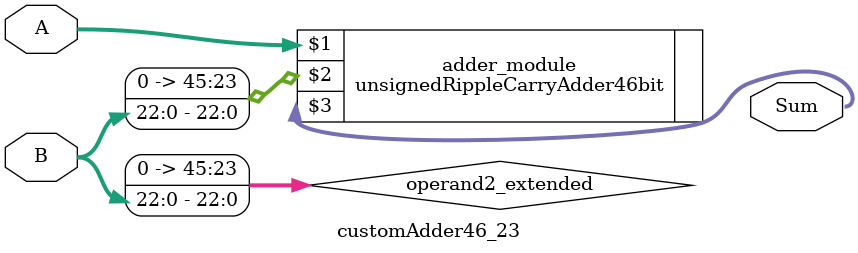
<source format=v>
module customAdder46_23(
                        input [45 : 0] A,
                        input [22 : 0] B,
                        
                        output [46 : 0] Sum
                );

        wire [45 : 0] operand2_extended;
        
        assign operand2_extended =  {23'b0, B};
        
        unsignedRippleCarryAdder46bit adder_module(
            A,
            operand2_extended,
            Sum
        );
        
        endmodule
        
</source>
